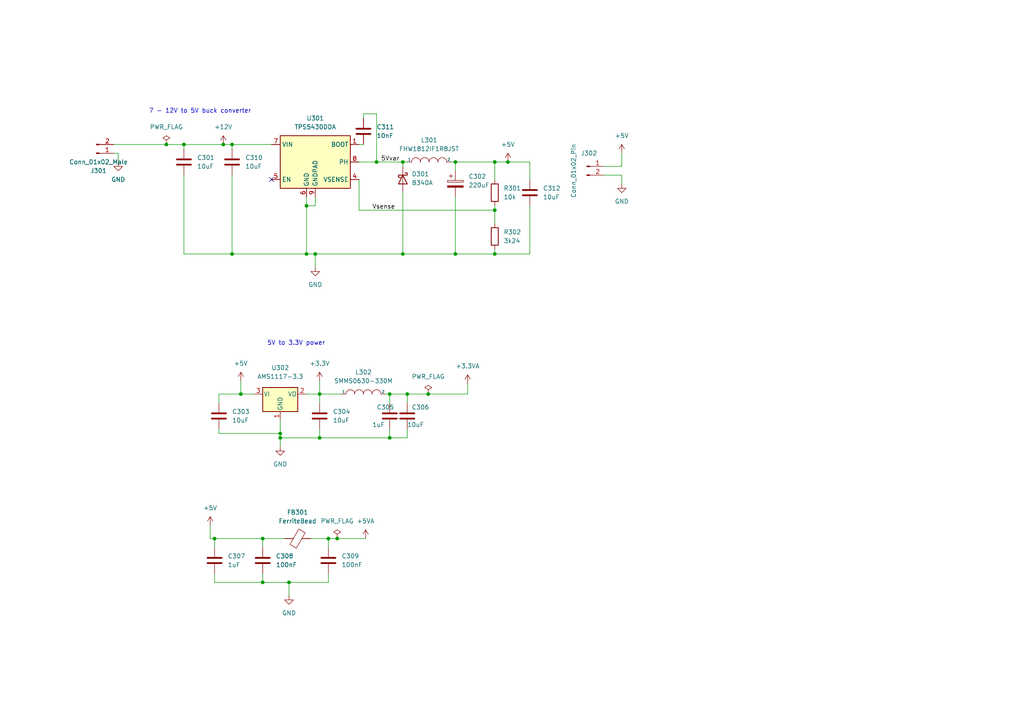
<source format=kicad_sch>
(kicad_sch (version 20230121) (generator eeschema)
  (paper "A4")
  (lib_symbols
    (symbol "Connector:Conn_01x02_Male" (pin_names (offset 1.016) hide)
      (property "Reference" "J" (at 0 2.54 0))
      (property "Value" "Conn_01x02_Male" (at 0 -5.08 0))
      (symbol "Conn_01x02_Male_1_1"
        (polyline (pts (xy 1.27 -2.54) (xy 0.8636 -2.54)) (stroke (width 0.1524)))
        (polyline (pts (xy 1.27 0) (xy 0.8636 0)) (stroke (width 0.1524)))
        (rectangle (start 0.8636 -2.413) (end 0 -2.667) (stroke (width 0.1524)) (fill (type outline)))
        (rectangle (start 0.8636 0.127) (end 0 -0.127) (stroke (width 0.1524)) (fill (type outline)))
        (pin passive line (at 5.08 0 180) (length 3.81) (name "Pin_1") (number "1"))
        (pin passive line (at 5.08 -2.54 180) (length 3.81) (name "Pin_2") (number "2"))
      )
    )
    (symbol "Connector:Conn_01x02_Pin" (pin_names (offset 1.016) hide)
      (property "Reference" "J" (at 0 2.54 0))
      (property "Value" "Conn_01x02_Pin" (at 0 -5.08 0))
      (symbol "Conn_01x02_Pin_1_1"
        (polyline (pts (xy 1.27 -2.54) (xy 0.8636 -2.54)) (stroke (width 0.1524)))
        (polyline (pts (xy 1.27 0) (xy 0.8636 0)) (stroke (width 0.1524)))
        (rectangle (start 0.8636 -2.413) (end 0 -2.667) (stroke (width 0.1524)) (fill (type outline)))
        (rectangle (start 0.8636 0.127) (end 0 -0.127) (stroke (width 0.1524)) (fill (type outline)))
        (pin passive line (at 5.08 0 180) (length 3.81) (name "Pin_1") (number "1"))
        (pin passive line (at 5.08 -2.54 180) (length 3.81) (name "Pin_2") (number "2"))
      )
    )
    (symbol "Device:C" (pin_numbers hide) (pin_names (offset 0.254))
      (property "Reference" "C" (at 0.635 2.54 0))
      (property "Value" "C" (at 0.635 -2.54 0))
      (symbol "C_0_1"
        (polyline (pts (xy -2.032 -0.762) (xy 2.032 -0.762)) (stroke (width 0.508)))
        (polyline (pts (xy -2.032 0.762) (xy 2.032 0.762)) (stroke (width 0.508)))
      )
      (symbol "C_1_1"
        (pin passive line (at 0 3.81 270) (length 2.794) (name "~") (number "1"))
        (pin passive line (at 0 -3.81 90) (length 2.794) (name "~") (number "2"))
      )
    )
    (symbol "Device:C_Polarized" (pin_numbers hide) (pin_names (offset 0.254))
      (property "Reference" "C" (at 0.635 2.54 0))
      (property "Value" "C_Polarized" (at 0.635 -2.54 0))
      (symbol "C_Polarized_0_1"
        (rectangle (start -2.286 0.508) (end 2.286 1.016))
        (polyline (pts (xy -1.778 2.286) (xy -0.762 2.286)))
        (polyline (pts (xy -1.27 2.794) (xy -1.27 1.778)))
        (rectangle (start 2.286 -0.508) (end -2.286 -1.016) (fill (type outline)))
      )
      (symbol "C_Polarized_1_1"
        (pin passive line (at 0 3.81 270) (length 2.794) (name "~") (number "1"))
        (pin passive line (at 0 -3.81 90) (length 2.794) (name "~") (number "2"))
      )
    )
    (symbol "Device:D_Schottky" (pin_numbers hide) (pin_names (offset 1.016) hide)
      (property "Reference" "D" (at 0 2.54 0))
      (property "Value" "D_Schottky" (at 0 -2.54 0))
      (symbol "D_Schottky_0_1"
        (polyline (pts (xy 1.27 0) (xy -1.27 0)))
        (polyline (pts (xy 1.27 1.27) (xy 1.27 -1.27) (xy -1.27 0) (xy 1.27 1.27)) (stroke (width 0.254)))
        (polyline (pts (xy -1.905 0.635) (xy -1.905 1.27) (xy -1.27 1.27) (xy -1.27 -1.27) (xy -0.635 -1.27) (xy -0.635 -0.635)) (stroke (width 0.254)))
      )
      (symbol "D_Schottky_1_1"
        (pin passive line (at -3.81 0 0) (length 2.54) (name "K") (number "1"))
        (pin passive line (at 3.81 0 180) (length 2.54) (name "A") (number "2"))
      )
    )
    (symbol "Device:FerriteBead" (pin_numbers hide) (pin_names (offset 0))
      (property "Reference" "FB" (at -3.81 0.635 90))
      (property "Value" "FerriteBead" (at 3.81 0 90))
      (symbol "FerriteBead_0_1"
        (polyline (pts (xy 0 -1.27) (xy 0 -1.2192)))
        (polyline (pts (xy 0 1.27) (xy 0 1.2954)))
        (polyline (pts (xy -2.7686 0.4064) (xy -1.7018 2.2606) (xy 2.7686 -0.3048) (xy 1.6764 -2.159) (xy -2.7686 0.4064)))
      )
      (symbol "FerriteBead_1_1"
        (pin passive line (at 0 3.81 270) (length 2.54) (name "~") (number "1"))
        (pin passive line (at 0 -3.81 90) (length 2.54) (name "~") (number "2"))
      )
    )
    (symbol "Device:R" (pin_numbers hide) (pin_names (offset 0))
      (property "Reference" "R" (at 2.032 0 90))
      (property "Value" "R" (at 0 0 90))
      (symbol "R_0_1"
        (rectangle (start -1.016 -2.54) (end 1.016 2.54) (stroke (width 0.254)))
      )
      (symbol "R_1_1"
        (pin passive line (at 0 3.81 270) (length 1.27) (name "~") (number "1"))
        (pin passive line (at 0 -3.81 90) (length 1.27) (name "~") (number "2"))
      )
    )
    (symbol "Regulator_Linear:AMS1117-3.3" (pin_names (offset 0.254))
      (property "Reference" "U" (at -3.81 3.175 0))
      (property "Value" "AMS1117-3.3" (at 0 3.175 0))
      (symbol "AMS1117-3.3_0_1"
        (rectangle (start -5.08 -5.08) (end 5.08 1.905) (stroke (width 0.254)) (fill (type background)))
      )
      (symbol "AMS1117-3.3_1_1"
        (pin power_in line (at 0 -7.62 90) (length 2.54) (name "GND") (number "1"))
        (pin power_out line (at 7.62 0 180) (length 2.54) (name "VO") (number "2"))
        (pin power_in line (at -7.62 0 0) (length 2.54) (name "VI") (number "3"))
      )
    )
    (symbol "Regulator_Switching:TPS5430DDA"
      (property "Reference" "U" (at -10.16 8.89 0))
      (property "Value" "TPS5430DDA" (at -1.27 8.89 0))
      (symbol "TPS5430DDA_0_1"
        (rectangle (start -10.16 7.62) (end 10.16 -7.62) (stroke (width 0.254)) (fill (type background)))
      )
      (symbol "TPS5430DDA_1_1"
        (pin input line (at 12.7 5.08 180) (length 2.54) (name "BOOT") (number "1"))
        (pin no_connect line (at -10.16 2.54 0) (length 2.54) hide (name "NC") (number "2"))
        (pin no_connect line (at -10.16 -2.54 0) (length 2.54) hide (name "NC") (number "3"))
        (pin input line (at 12.7 -5.08 180) (length 2.54) (name "VSENSE") (number "4"))
        (pin input line (at -12.7 -5.08 0) (length 2.54) (name "EN") (number "5"))
        (pin power_in line (at -2.54 -10.16 90) (length 2.54) (name "GND") (number "6"))
        (pin power_in line (at -12.7 5.08 0) (length 2.54) (name "VIN") (number "7"))
        (pin output line (at 12.7 0 180) (length 2.54) (name "PH") (number "8"))
        (pin power_in line (at 0 -10.16 90) (length 2.54) (name "GNDPAD") (number "9"))
      )
    )
    (symbol "power:+12V" (power) (pin_names (offset 0))
      (property "Value" "+12V" (at 0 3.556 0))
      (symbol "+12V_0_1"
        (polyline (pts (xy -0.762 1.27) (xy 0 2.54)))
        (polyline (pts (xy 0 0) (xy 0 2.54)))
        (polyline (pts (xy 0 2.54) (xy 0.762 1.27)))
      )
      (symbol "+12V_1_1"
        (pin power_in line (at 0 0 90) (length 0) hide (name "+12V") (number "1"))
      )
    )
    (symbol "power:+3.3V" (power) (pin_names (offset 0))
      (property "Value" "+3.3V" (at 0 3.556 0))
      (symbol "+3.3V_0_1"
        (polyline (pts (xy -0.762 1.27) (xy 0 2.54)))
        (polyline (pts (xy 0 0) (xy 0 2.54)))
        (polyline (pts (xy 0 2.54) (xy 0.762 1.27)))
      )
      (symbol "+3.3V_1_1"
        (pin power_in line (at 0 0 90) (length 0) hide (name "+3.3V") (number "1"))
      )
    )
    (symbol "power:+3.3VA" (power) (pin_names (offset 0))
      (property "Value" "+3.3VA" (at 0 3.556 0))
      (symbol "+3.3VA_0_1"
        (polyline (pts (xy -0.762 1.27) (xy 0 2.54)))
        (polyline (pts (xy 0 0) (xy 0 2.54)))
        (polyline (pts (xy 0 2.54) (xy 0.762 1.27)))
      )
      (symbol "+3.3VA_1_1"
        (pin power_in line (at 0 0 90) (length 0) hide (name "+3.3VA") (number "1"))
      )
    )
    (symbol "power:+5V" (power) (pin_names (offset 0))
      (property "Value" "+5V" (at 0 3.556 0))
      (symbol "+5V_0_1"
        (polyline (pts (xy -0.762 1.27) (xy 0 2.54)))
        (polyline (pts (xy 0 0) (xy 0 2.54)))
        (polyline (pts (xy 0 2.54) (xy 0.762 1.27)))
      )
      (symbol "+5V_1_1"
        (pin power_in line (at 0 0 90) (length 0) hide (name "+5V") (number "1"))
      )
    )
    (symbol "power:+5VA" (power) (pin_names (offset 0))
      (property "Value" "+5VA" (at 0 3.556 0))
      (symbol "+5VA_0_1"
        (polyline (pts (xy -0.762 1.27) (xy 0 2.54)))
        (polyline (pts (xy 0 0) (xy 0 2.54)))
        (polyline (pts (xy 0 2.54) (xy 0.762 1.27)))
      )
      (symbol "+5VA_1_1"
        (pin power_in line (at 0 0 90) (length 0) hide (name "+5VA") (number "1"))
      )
    )
    (symbol "power:GND" (power) (pin_names (offset 0))
      (property "Value" "GND" (at 0 -3.81 0))
      (symbol "GND_0_1"
        (polyline (pts (xy 0 0) (xy 0 -1.27) (xy 1.27 -1.27) (xy 0 -2.54) (xy -1.27 -1.27) (xy 0 -1.27)))
      )
      (symbol "GND_1_1"
        (pin power_in line (at 0 0 270) (length 0) hide (name "GND") (number "1"))
      )
    )
    (symbol "power:PWR_FLAG" (power) (pin_numbers hide) (pin_names (offset 0) hide)
      (property "Value" "PWR_FLAG" (at 0 3.81 0))
      (symbol "PWR_FLAG_0_0"
        (pin power_out line (at 0 0 90) (length 0) (name "pwr") (number "1"))
      )
      (symbol "PWR_FLAG_0_1"
        (polyline (pts (xy 0 0) (xy 0 1.27) (xy -1.016 1.905) (xy 0 2.54) (xy 1.016 1.905) (xy 0 1.27)))
      )
    )
    (symbol "pspice:INDUCTOR" (pin_numbers hide) (pin_names (offset 0))
      (property "Reference" "L" (at 0 2.54 0))
      (property "Value" "INDUCTOR" (at 0 -1.27 0))
      (symbol "INDUCTOR_0_1"
        (arc (start -2.54 0) (mid -3.81 1.2645) (end -5.08 0))
        (arc (start 0 0) (mid -1.27 1.2645) (end -2.54 0))
        (arc (start 2.54 0) (mid 1.27 1.2645) (end 0 0))
        (arc (start 5.08 0) (mid 3.81 1.2645) (end 2.54 0))
      )
      (symbol "INDUCTOR_1_1"
        (pin input line (at -6.35 0 0) (length 1.27) (name "1") (number "1"))
        (pin input line (at 6.35 0 180) (length 1.27) (name "2") (number "2"))
      )
    )
  )
  (junction (at 132.08 46.99))
  (junction (at 143.51 73.66))
  (junction (at 62.23 156.21))
  (junction (at 76.2 168.91))
  (junction (at 92.71 114.3))
  (junction (at 109.22 46.99))
  (junction (at 92.71 127))
  (junction (at 132.08 73.66))
  (junction (at 113.03 127))
  (junction (at 147.32 46.99))
  (junction (at 83.82 168.91))
  (junction (at 97.79 156.21))
  (junction (at 116.84 73.66))
  (junction (at 53.34 41.91))
  (junction (at 91.44 73.66))
  (junction (at 88.9 73.66))
  (junction (at 113.03 114.3))
  (junction (at 143.51 60.96))
  (junction (at 76.2 156.21))
  (junction (at 81.28 127))
  (junction (at 88.9 59.69))
  (junction (at 116.84 46.99))
  (junction (at 48.26 41.91))
  (junction (at 118.11 114.3))
  (junction (at 67.31 73.66))
  (junction (at 143.51 46.99))
  (junction (at 69.85 114.3))
  (junction (at 81.28 125.73))
  (junction (at 64.77 41.91))
  (junction (at 67.31 41.91))
  (junction (at 95.25 156.21))
  (junction (at 124.206 114.3))
  (no_connect (at 78.74 52.07))
  (wire (pts (xy 33.02 41.91) (xy 48.26 41.91)))
  (wire (pts (xy 143.51 72.39) (xy 143.51 73.66)))
  (wire (pts (xy 63.5 124.46) (xy 63.5 125.73)))
  (wire (pts (xy 69.85 110.49) (xy 69.85 114.3)))
  (wire (pts (xy 60.96 152.4) (xy 60.96 156.21)))
  (wire (pts (xy 116.84 46.99) (xy 116.84 48.26)))
  (wire (pts (xy 53.34 73.66) (xy 67.31 73.66)))
  (wire (pts (xy 143.51 59.69) (xy 143.51 60.96)))
  (wire (pts (xy 92.71 114.3) (xy 92.71 116.84)))
  (wire (pts (xy 109.22 46.99) (xy 116.84 46.99)))
  (wire (pts (xy 143.51 60.96) (xy 143.51 64.77)))
  (wire (pts (xy 109.22 33.02) (xy 109.22 46.99)))
  (wire (pts (xy 67.31 41.91) (xy 67.31 43.18)))
  (wire (pts (xy 76.2 168.91) (xy 83.82 168.91)))
  (wire (pts (xy 64.77 41.91) (xy 67.31 41.91)))
  (wire (pts (xy 76.2 166.37) (xy 76.2 168.91)))
  (wire (pts (xy 132.08 57.15) (xy 132.08 73.66)))
  (wire (pts (xy 104.14 52.07) (xy 104.14 60.96)))
  (wire (pts (xy 88.9 59.69) (xy 88.9 73.66)))
  (wire (pts (xy 63.5 114.3) (xy 69.85 114.3)))
  (wire (pts (xy 113.03 114.3) (xy 118.11 114.3)))
  (wire (pts (xy 104.14 41.91) (xy 105.41 41.91)))
  (wire (pts (xy 76.2 156.21) (xy 82.55 156.21)))
  (wire (pts (xy 62.23 156.21) (xy 76.2 156.21)))
  (wire (pts (xy 90.17 156.21) (xy 95.25 156.21)))
  (wire (pts (xy 105.41 33.02) (xy 105.41 34.29)))
  (wire (pts (xy 97.79 156.21) (xy 106.045 156.21)))
  (wire (pts (xy 132.08 46.99) (xy 132.08 49.53)))
  (wire (pts (xy 67.31 41.91) (xy 78.74 41.91)))
  (wire (pts (xy 67.31 73.66) (xy 88.9 73.66)))
  (wire (pts (xy 73.66 114.3) (xy 69.85 114.3)))
  (wire (pts (xy 48.26 41.91) (xy 53.34 41.91)))
  (wire (pts (xy 81.28 121.92) (xy 81.28 125.73)))
  (wire (pts (xy 130.81 46.99) (xy 132.08 46.99)))
  (wire (pts (xy 118.11 114.3) (xy 118.11 116.84)))
  (wire (pts (xy 116.84 73.66) (xy 91.44 73.66)))
  (wire (pts (xy 95.25 156.21) (xy 97.79 156.21)))
  (wire (pts (xy 180.34 44.45) (xy 180.34 48.26)))
  (wire (pts (xy 105.41 33.02) (xy 109.22 33.02)))
  (wire (pts (xy 81.28 127) (xy 81.28 129.54)))
  (wire (pts (xy 143.51 73.66) (xy 132.08 73.66)))
  (wire (pts (xy 88.9 59.69) (xy 91.44 59.69)))
  (wire (pts (xy 88.9 114.3) (xy 92.71 114.3)))
  (wire (pts (xy 132.08 73.66) (xy 116.84 73.66)))
  (wire (pts (xy 153.67 73.66) (xy 143.51 73.66)))
  (wire (pts (xy 63.5 114.3) (xy 63.5 116.84)))
  (wire (pts (xy 67.31 50.8) (xy 67.31 73.66)))
  (wire (pts (xy 153.67 46.99) (xy 147.32 46.99)))
  (wire (pts (xy 111.76 114.3) (xy 113.03 114.3)))
  (wire (pts (xy 88.9 57.15) (xy 88.9 59.69)))
  (wire (pts (xy 92.71 110.49) (xy 92.71 114.3)))
  (wire (pts (xy 92.71 124.46) (xy 92.71 127)))
  (wire (pts (xy 91.44 73.66) (xy 91.44 77.47)))
  (wire (pts (xy 81.28 125.73) (xy 81.28 127)))
  (wire (pts (xy 116.84 46.99) (xy 118.11 46.99)))
  (wire (pts (xy 153.67 52.07) (xy 153.67 46.99)))
  (wire (pts (xy 92.71 127) (xy 113.03 127)))
  (wire (pts (xy 175.26 50.8) (xy 180.34 50.8)))
  (wire (pts (xy 34.29 44.45) (xy 33.02 44.45)))
  (wire (pts (xy 60.96 156.21) (xy 62.23 156.21)))
  (wire (pts (xy 153.67 59.69) (xy 153.67 73.66)))
  (wire (pts (xy 175.26 48.26) (xy 180.34 48.26)))
  (wire (pts (xy 143.51 46.99) (xy 147.32 46.99)))
  (wire (pts (xy 53.34 41.91) (xy 53.34 43.18)))
  (wire (pts (xy 132.08 46.99) (xy 143.51 46.99)))
  (wire (pts (xy 104.14 60.96) (xy 143.51 60.96)))
  (wire (pts (xy 83.82 168.91) (xy 83.82 172.72)))
  (wire (pts (xy 62.23 156.21) (xy 62.23 158.75)))
  (wire (pts (xy 143.51 46.99) (xy 143.51 52.07)))
  (wire (pts (xy 91.44 57.15) (xy 91.44 59.69)))
  (wire (pts (xy 62.23 166.37) (xy 62.23 168.91)))
  (wire (pts (xy 118.11 127) (xy 113.03 127)))
  (wire (pts (xy 95.25 168.91) (xy 95.25 166.37)))
  (wire (pts (xy 53.34 41.91) (xy 64.77 41.91)))
  (wire (pts (xy 76.2 156.21) (xy 76.2 158.75)))
  (wire (pts (xy 88.9 73.66) (xy 91.44 73.66)))
  (wire (pts (xy 92.71 114.3) (xy 99.06 114.3)))
  (wire (pts (xy 118.11 114.3) (xy 124.206 114.3)))
  (wire (pts (xy 53.34 50.8) (xy 53.34 73.66)))
  (wire (pts (xy 135.636 111.252) (xy 135.636 114.3)))
  (wire (pts (xy 113.03 124.46) (xy 113.03 127)))
  (wire (pts (xy 180.34 50.8) (xy 180.34 53.34)))
  (wire (pts (xy 118.11 124.46) (xy 118.11 127)))
  (wire (pts (xy 34.29 46.99) (xy 34.29 44.45)))
  (wire (pts (xy 83.82 168.91) (xy 95.25 168.91)))
  (wire (pts (xy 116.84 55.88) (xy 116.84 73.66)))
  (wire (pts (xy 62.23 168.91) (xy 76.2 168.91)))
  (wire (pts (xy 95.25 156.21) (xy 95.25 158.75)))
  (wire (pts (xy 124.206 114.3) (xy 135.636 114.3)))
  (wire (pts (xy 92.71 127) (xy 81.28 127)))
  (wire (pts (xy 63.5 125.73) (xy 81.28 125.73)))
  (wire (pts (xy 104.14 46.99) (xy 109.22 46.99)))
  (wire (pts (xy 113.03 114.3) (xy 113.03 116.84)))
  (text "7 - 12V to 5V buck converter" (at 43.18 33.02 0) (effects (font (size 1.27 1.27)) (justify left bottom)))
  (text "5V to 3.3V power\n" (at 77.47 100.33 0) (effects (font (size 1.27 1.27)) (justify left bottom)))
  (label "5Vvar" (at 110.49 46.99 0))
  (label "Vsense" (at 107.95 60.96 0))
  (symbol (lib_id "pspice:INDUCTOR") (at 124.46 46.99 0) (unit 1)
    (property "Reference" "L301" (at 124.46 40.64 0))
    (property "Value" "FHW1812IF1R8JST" (at 124.46 43.18 0))
    (property "Footprint" "Inductor_SMD:L_1812_4532Metric" (effects hide))
    (property "LCSC" "C394113" (effects hide))
  )
  (symbol (lib_id "Device:C") (at 95.25 162.56 0) (unit 1)
    (property "Reference" "C309" (at 99.06 161.2899 0) (effects (justify left)))
    (property "Value" "100nF" (at 99.06 163.8299 0) (effects (justify left)))
    (property "Footprint" "Capacitor_SMD:C_0402_1005Metric" (effects hide))
    (property "LCSC" "C110251" (effects hide))
  )
  (symbol (lib_id "Device:R") (at 143.51 68.58 0) (unit 1)
    (property "Reference" "R302" (at 146.05 67.31 0) (effects (justify left)))
    (property "Value" "3k24" (at 146.05 69.85 0) (effects (justify left)))
    (property "Footprint" "Resistor_SMD:R_0402_1005Metric" (effects hide))
    (property "LCSC" "C327346" (effects hide))
  )
  (symbol (lib_id "power:+5V") (at 69.85 110.49 0) (unit 1)
    (property "Reference" "#PWR0309" (effects hide))
    (property "Value" "+5V" (at 69.85 105.41 0))
  )
  (symbol (lib_id "power:GND") (at 81.28 129.54 0) (unit 1)
    (property "Reference" "#PWR0312" (effects hide))
    (property "Value" "GND" (at 81.28 134.62 0))
  )
  (symbol (lib_id "Connector:Conn_01x02_Male") (at 27.94 44.45 0) (mirror x) (unit 1)
    (property "Reference" "J301" (at 28.575 49.53 0))
    (property "Value" "Conn_01x02_Male" (at 28.575 46.99 0))
    (property "Footprint" "Connector_AMASS:AMASS_XT30U-F_1x02_P5.0mm_Vertical" (effects hide))
  )
  (symbol (lib_id "Device:FerriteBead") (at 86.36 156.21 90) (unit 1)
    (property "Reference" "FB301" (at 86.3092 148.59 90))
    (property "Value" "FerriteBead" (at 86.3092 151.13 90))
    (property "Footprint" "Inductor_SMD:L_0603_1608Metric" (effects hide))
    (property "LCSC" "C62708" (effects hide))
  )
  (symbol (lib_id "power:+5VA") (at 106.045 156.21 0) (unit 1)
    (property "Reference" "#PWR0315" (effects hide))
    (property "Value" "+5VA" (at 106.045 151.13 0))
  )
  (symbol (lib_id "power:GND") (at 83.82 172.72 0) (unit 1)
    (property "Reference" "#PWR0316" (effects hide))
    (property "Value" "GND" (at 83.82 177.8 0))
  )
  (symbol (lib_id "power:PWR_FLAG") (at 124.206 114.3 0) (unit 1)
    (property "Reference" "#FLG0302" (effects hide))
    (property "Value" "PWR_FLAG" (at 124.206 109.22 0))
  )
  (symbol (lib_id "power:GND") (at 34.29 46.99 0) (unit 1)
    (property "Reference" "#PWR0303" (effects hide))
    (property "Value" "GND" (at 34.29 52.07 0))
  )
  (symbol (lib_id "power:PWR_FLAG") (at 97.79 156.21 0) (unit 1)
    (property "Reference" "#FLG0304" (effects hide))
    (property "Value" "PWR_FLAG" (at 97.79 151.13 0))
  )
  (symbol (lib_id "power:PWR_FLAG") (at 48.26 41.91 0) (unit 1)
    (property "Reference" "#FLG0301" (effects hide))
    (property "Value" "PWR_FLAG" (at 48.26 36.83 0))
  )
  (symbol (lib_id "Device:C") (at 53.34 46.99 0) (unit 1)
    (property "Reference" "C301" (at 57.15 45.7199 0) (effects (justify left)))
    (property "Value" "10uF" (at 57.15 48.2599 0) (effects (justify left)))
    (property "Footprint" "Capacitor_SMD:C_1206_3216Metric" (effects hide))
    (property "LCSC" "C128855" (effects hide))
  )
  (symbol (lib_id "power:+3.3V") (at 92.71 110.49 0) (unit 1)
    (property "Reference" "#PWR0310" (effects hide))
    (property "Value" "+3.3V" (at 92.71 105.41 0))
  )
  (symbol (lib_id "power:+5V") (at 147.32 46.99 0) (unit 1)
    (property "Reference" "#PWR0304" (effects hide))
    (property "Value" "+5V" (at 147.32 41.91 0))
  )
  (symbol (lib_id "Device:C") (at 105.41 38.1 180) (unit 1)
    (property "Reference" "C311" (at 109.22 36.83 0) (effects (justify right)))
    (property "Value" "10nF" (at 109.22 39.37 0) (effects (justify right)))
    (property "Footprint" "Capacitor_SMD:C_0402_1005Metric" (effects hide))
    (property "LCSC" "C2840480" (effects hide))
  )
  (symbol (lib_id "Device:C") (at 76.2 162.56 0) (unit 1)
    (property "Reference" "C308" (at 80.01 161.2899 0) (effects (justify left)))
    (property "Value" "100nF" (at 80.01 163.8299 0) (effects (justify left)))
    (property "Footprint" "Capacitor_SMD:C_0402_1005Metric" (effects hide))
    (property "LCSC" "C110251" (effects hide))
  )
  (symbol (lib_id "Connector:Conn_01x02_Pin") (at 170.18 48.26 0) (unit 1)
    (property "Reference" "J302" (at 170.815 44.45 0))
    (property "Value" "Conn_01x02_Pin" (at 166.37 49.53 90))
    (property "Footprint" "Connector_PinHeader_2.54mm:PinHeader_1x02_P2.54mm_Vertical" (effects hide))
  )
  (symbol (lib_id "Regulator_Linear:AMS1117-3.3") (at 81.28 114.3 0) (unit 1)
    (property "Reference" "U302" (at 81.28 106.68 0))
    (property "Value" "AMS1117-3.3" (at 81.28 109.22 0))
    (property "Footprint" "Package_TO_SOT_SMD:SOT-223" (effects hide))
    (property "Datasheet" "http://www.advanced-monolithic.com/pdf/ds1117.pdf" (effects hide))
    (property "LCSC" "C347222" (effects hide))
  )
  (symbol (lib_id "Device:R") (at 143.51 55.88 0) (unit 1)
    (property "Reference" "R301" (at 146.05 54.61 0) (effects (justify left)))
    (property "Value" "10k" (at 146.05 57.15 0) (effects (justify left)))
    (property "Footprint" "Resistor_SMD:R_0402_1005Metric" (effects hide))
    (property "LCSC" "C60490" (effects hide))
  )
  (symbol (lib_id "power:+3.3VA") (at 135.636 111.252 0) (unit 1)
    (property "Reference" "#PWR0311" (effects hide))
    (property "Value" "+3.3VA" (at 135.636 106.172 0))
  )
  (symbol (lib_id "Device:C") (at 153.67 55.88 0) (unit 1)
    (property "Reference" "C312" (at 157.48 54.6099 0) (effects (justify left)))
    (property "Value" "10uF" (at 157.48 57.1499 0) (effects (justify left)))
    (property "Footprint" "Capacitor_SMD:C_1206_3216Metric" (effects hide))
    (property "LCSC" "C128855" (effects hide))
  )
  (symbol (lib_id "power:GND") (at 180.34 53.34 0) (unit 1)
    (property "Reference" "#PWR0305" (effects hide))
    (property "Value" "GND" (at 180.34 58.42 0))
  )
  (symbol (lib_id "Device:C") (at 67.31 46.99 0) (unit 1)
    (property "Reference" "C310" (at 71.12 45.7199 0) (effects (justify left)))
    (property "Value" "10uF" (at 71.12 48.2599 0) (effects (justify left)))
    (property "Footprint" "Capacitor_SMD:C_1206_3216Metric" (effects hide))
    (property "LCSC" "C128855" (effects hide))
  )
  (symbol (lib_id "Device:C") (at 92.71 120.65 0) (unit 1)
    (property "Reference" "C304" (at 96.52 119.3799 0) (effects (justify left)))
    (property "Value" "10uF" (at 96.52 121.9199 0) (effects (justify left)))
    (property "Footprint" "Capacitor_SMD:C_0603_1608Metric" (effects hide))
    (property "LCSC" "C18800" (effects hide))
  )
  (symbol (lib_id "Device:C_Polarized") (at 132.08 53.34 0) (unit 1)
    (property "Reference" "C302" (at 135.89 51.1809 0) (effects (justify left)))
    (property "Value" "220uF" (at 135.89 53.7209 0) (effects (justify left)))
    (property "Footprint" "Capacitor_Tantalum_SMD:CP_EIA-7343-31_Kemet-D" (effects hide))
    (property "LCSC" "C8024" (effects hide))
  )
  (symbol (lib_id "Device:D_Schottky") (at 116.84 52.07 270) (unit 1)
    (property "Reference" "D301" (at 119.38 50.4824 90) (effects (justify left)))
    (property "Value" "B340A" (at 119.38 53.0224 90) (effects (justify left)))
    (property "Footprint" "Diode_SMD:D_SMA" (effects hide))
    (property "LCSC" "C3018525" (effects hide))
  )
  (symbol (lib_id "Device:C") (at 113.03 120.65 0) (unit 1)
    (property "Reference" "C305" (at 109.22 118.11 0) (effects (justify left)))
    (property "Value" "1uF" (at 107.95 123.19 0) (effects (justify left)))
    (property "Footprint" "Capacitor_SMD:C_0603_1608Metric" (effects hide))
    (property "LCSC" "C92848" (effects hide))
  )
  (symbol (lib_id "power:+5V") (at 180.34 44.45 0) (unit 1)
    (property "Reference" "#PWR0302" (effects hide))
    (property "Value" "+5V" (at 180.34 39.37 0))
  )
  (symbol (lib_id "Device:C") (at 63.5 120.65 0) (unit 1)
    (property "Reference" "C303" (at 67.31 119.3799 0) (effects (justify left)))
    (property "Value" "10uF" (at 67.31 121.9199 0) (effects (justify left)))
    (property "Footprint" "Capacitor_SMD:C_0603_1608Metric" (effects hide))
    (property "LCSC" "C18800" (effects hide))
  )
  (symbol (lib_id "power:+12V") (at 64.77 41.91 0) (unit 1)
    (property "Reference" "#PWR0301" (effects hide))
    (property "Value" "+12V" (at 64.77 36.83 0))
  )
  (symbol (lib_id "Device:C") (at 118.11 120.65 0) (unit 1)
    (property "Reference" "C306" (at 119.38 118.11 0) (effects (justify left)))
    (property "Value" "10uF" (at 118.11 123.19 0) (effects (justify left)))
    (property "Footprint" "Capacitor_SMD:C_0603_1608Metric" (effects hide))
    (property "LCSC" "C18800" (effects hide))
  )
  (symbol (lib_id "power:GND") (at 91.44 77.47 0) (unit 1)
    (property "Reference" "#PWR0306" (effects hide))
    (property "Value" "GND" (at 91.44 82.55 0))
  )
  (symbol (lib_id "pspice:INDUCTOR") (at 105.41 114.3 0) (unit 1)
    (property "Reference" "L302" (at 105.41 107.95 0))
    (property "Value" "SMMS0630-330M" (at 105.41 110.49 0))
    (property "Footprint" "Inductor_SMD:L_Bourns_SRP7028A_7.3x6.6mm" (effects hide))
    (property "LCSC" "C149577" (effects hide))
  )
  (symbol (lib_id "power:+5V") (at 60.96 152.4 0) (unit 1)
    (property "Reference" "#PWR0314" (effects hide))
    (property "Value" "+5V" (at 60.96 147.32 0))
  )
  (symbol (lib_id "Device:C") (at 62.23 162.56 0) (unit 1)
    (property "Reference" "C307" (at 66.04 161.2899 0) (effects (justify left)))
    (property "Value" "1uF" (at 66.04 163.8299 0) (effects (justify left)))
    (property "Footprint" "Capacitor_SMD:C_0402_1005Metric" (effects hide))
    (property "LCSC" "C106254" (effects hide))
  )
  (symbol (lib_id "Regulator_Switching:TPS5430DDA") (at 91.44 46.99 0) (unit 1)
    (property "Reference" "U301" (at 91.44 34.29 0))
    (property "Value" "TPS5430DDA" (at 91.44 36.83 0))
    (property "Footprint" "Package_SO:TI_SO-PowerPAD-8_ThermalVias" (effects hide))
    (property "Datasheet" "http://www.ti.com/lit/ds/symlink/tps5430.pdf" (effects hide))
    (property "LCSC" "C9864" (effects hide))
  )
)
</source>
